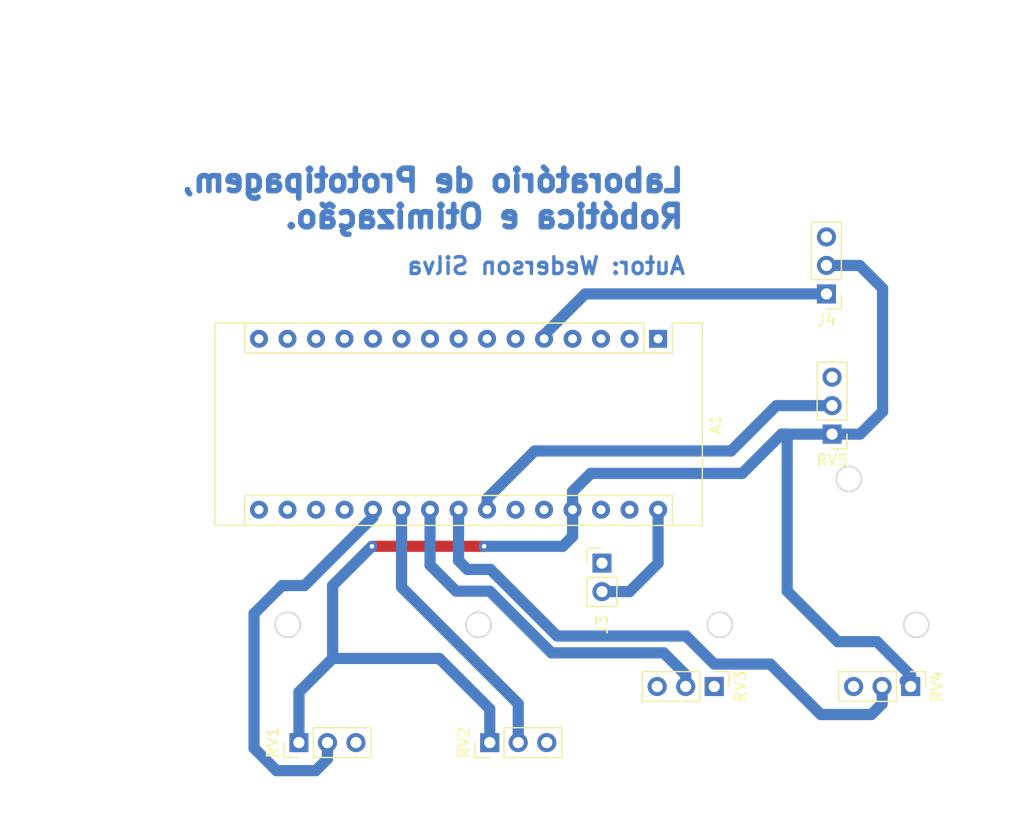
<source format=kicad_pcb>
(kicad_pcb (version 4) (host pcbnew 4.0.7)

  (general
    (links 21)
    (no_connects 9)
    (area 160.150001 95.3 263.000001 175.000001)
    (thickness 1.6)
    (drawings 34)
    (tracks 74)
    (zones 0)
    (modules 8)
    (nets 29)
  )

  (page A4)
  (title_block
    (title "Low Cost Flex Sensor")
    (date 2018-06-18)
    (rev v.0.1.12)
    (company "Laboratório de Prototipagem, Robótica e Otimização")
    (comment 1 "Autor: Wederson M. Silva")
  )

  (layers
    (0 F.Cu signal)
    (31 B.Cu signal)
    (32 B.Adhes user)
    (33 F.Adhes user)
    (34 B.Paste user)
    (35 F.Paste user)
    (36 B.SilkS user)
    (37 F.SilkS user)
    (38 B.Mask user)
    (39 F.Mask user)
    (40 Dwgs.User user)
    (41 Cmts.User user)
    (42 Eco1.User user)
    (43 Eco2.User user)
    (44 Edge.Cuts user)
    (45 Margin user)
    (46 B.CrtYd user)
    (47 F.CrtYd user)
    (48 B.Fab user)
    (49 F.Fab user)
  )

  (setup
    (last_trace_width 1)
    (trace_clearance 0.2)
    (zone_clearance 0.508)
    (zone_45_only no)
    (trace_min 0.2)
    (segment_width 0.2)
    (edge_width 0.15)
    (via_size 0.6)
    (via_drill 0.4)
    (via_min_size 0.4)
    (via_min_drill 0.3)
    (uvia_size 0.3)
    (uvia_drill 0.1)
    (uvias_allowed no)
    (uvia_min_size 0.2)
    (uvia_min_drill 0.1)
    (pcb_text_width 0.3)
    (pcb_text_size 1.5 1.5)
    (mod_edge_width 0.15)
    (mod_text_size 1 1)
    (mod_text_width 0.15)
    (pad_size 1.524 1.524)
    (pad_drill 0.762)
    (pad_to_mask_clearance 0.2)
    (aux_axis_origin 0 0)
    (visible_elements FFFFFF7F)
    (pcbplotparams
      (layerselection 0x00030_80000001)
      (usegerberextensions false)
      (excludeedgelayer true)
      (linewidth 0.100000)
      (plotframeref false)
      (viasonmask false)
      (mode 1)
      (useauxorigin false)
      (hpglpennumber 1)
      (hpglpenspeed 20)
      (hpglpendiameter 15)
      (hpglpenoverlay 2)
      (psnegative false)
      (psa4output false)
      (plotreference true)
      (plotvalue true)
      (plotinvisibletext false)
      (padsonsilk false)
      (subtractmaskfromsilk false)
      (outputformat 1)
      (mirror false)
      (drillshape 1)
      (scaleselection 1)
      (outputdirectory ""))
  )

  (net 0 "")
  (net 1 "Net-(A1-Pad1)")
  (net 2 "Net-(A1-Pad17)")
  (net 3 "Net-(A1-Pad2)")
  (net 4 "Net-(A1-Pad18)")
  (net 5 "Net-(A1-Pad3)")
  (net 6 "Net-(A1-Pad19)")
  (net 7 /GND)
  (net 8 "Net-(A1-Pad20)")
  (net 9 /DATA)
  (net 10 "Net-(A1-Pad21)")
  (net 11 "Net-(A1-Pad6)")
  (net 12 "Net-(A1-Pad22)")
  (net 13 "Net-(A1-Pad7)")
  (net 14 "Net-(A1-Pad23)")
  (net 15 "Net-(A1-Pad8)")
  (net 16 "Net-(A1-Pad24)")
  (net 17 "Net-(A1-Pad9)")
  (net 18 "Net-(A1-Pad25)")
  (net 19 "Net-(A1-Pad10)")
  (net 20 "Net-(A1-Pad26)")
  (net 21 "Net-(A1-Pad11)")
  (net 22 /5V)
  (net 23 "Net-(A1-Pad12)")
  (net 24 "Net-(A1-Pad13)")
  (net 25 "Net-(A1-Pad14)")
  (net 26 "Net-(A1-Pad15)")
  (net 27 "Net-(A1-Pad16)")
  (net 28 /7.2V)

  (net_class Default "This is the default net class."
    (clearance 0.2)
    (trace_width 1)
    (via_dia 0.6)
    (via_drill 0.4)
    (uvia_dia 0.3)
    (uvia_drill 0.1)
    (add_net /5V)
    (add_net /7.2V)
    (add_net /DATA)
    (add_net /GND)
    (add_net "Net-(A1-Pad1)")
    (add_net "Net-(A1-Pad10)")
    (add_net "Net-(A1-Pad11)")
    (add_net "Net-(A1-Pad12)")
    (add_net "Net-(A1-Pad13)")
    (add_net "Net-(A1-Pad14)")
    (add_net "Net-(A1-Pad15)")
    (add_net "Net-(A1-Pad16)")
    (add_net "Net-(A1-Pad17)")
    (add_net "Net-(A1-Pad18)")
    (add_net "Net-(A1-Pad19)")
    (add_net "Net-(A1-Pad2)")
    (add_net "Net-(A1-Pad20)")
    (add_net "Net-(A1-Pad21)")
    (add_net "Net-(A1-Pad22)")
    (add_net "Net-(A1-Pad23)")
    (add_net "Net-(A1-Pad24)")
    (add_net "Net-(A1-Pad25)")
    (add_net "Net-(A1-Pad26)")
    (add_net "Net-(A1-Pad3)")
    (add_net "Net-(A1-Pad6)")
    (add_net "Net-(A1-Pad7)")
    (add_net "Net-(A1-Pad8)")
    (add_net "Net-(A1-Pad9)")
  )

  (module Modules:Arduino_Nano (layer F.Cu) (tedit 58ACAF70) (tstamp 5B2482FC)
    (at 219 125 270)
    (descr "Arduino Nano, http://www.mouser.com/pdfdocs/Gravitech_Arduino_Nano3_0.pdf")
    (tags "Arduino Nano")
    (path /5B24786A)
    (fp_text reference A1 (at 7.62 -5.08 270) (layer F.SilkS)
      (effects (font (size 1 1) (thickness 0.15)))
    )
    (fp_text value Arduino_Nano (at 8.89 19.05 360) (layer F.Fab)
      (effects (font (size 1 1) (thickness 0.15)))
    )
    (fp_text user %R (at 6.35 19.05 360) (layer F.Fab)
      (effects (font (size 1 1) (thickness 0.15)))
    )
    (fp_line (start 1.27 1.27) (end 1.27 -1.27) (layer F.SilkS) (width 0.12))
    (fp_line (start 1.27 -1.27) (end -1.4 -1.27) (layer F.SilkS) (width 0.12))
    (fp_line (start -1.4 1.27) (end -1.4 39.5) (layer F.SilkS) (width 0.12))
    (fp_line (start -1.4 -3.94) (end -1.4 -1.27) (layer F.SilkS) (width 0.12))
    (fp_line (start 13.97 -1.27) (end 16.64 -1.27) (layer F.SilkS) (width 0.12))
    (fp_line (start 13.97 -1.27) (end 13.97 36.83) (layer F.SilkS) (width 0.12))
    (fp_line (start 13.97 36.83) (end 16.64 36.83) (layer F.SilkS) (width 0.12))
    (fp_line (start 1.27 1.27) (end -1.4 1.27) (layer F.SilkS) (width 0.12))
    (fp_line (start 1.27 1.27) (end 1.27 36.83) (layer F.SilkS) (width 0.12))
    (fp_line (start 1.27 36.83) (end -1.4 36.83) (layer F.SilkS) (width 0.12))
    (fp_line (start 3.81 31.75) (end 11.43 31.75) (layer F.Fab) (width 0.1))
    (fp_line (start 11.43 31.75) (end 11.43 41.91) (layer F.Fab) (width 0.1))
    (fp_line (start 11.43 41.91) (end 3.81 41.91) (layer F.Fab) (width 0.1))
    (fp_line (start 3.81 41.91) (end 3.81 31.75) (layer F.Fab) (width 0.1))
    (fp_line (start -1.4 39.5) (end 16.64 39.5) (layer F.SilkS) (width 0.12))
    (fp_line (start 16.64 39.5) (end 16.64 -3.94) (layer F.SilkS) (width 0.12))
    (fp_line (start 16.64 -3.94) (end -1.4 -3.94) (layer F.SilkS) (width 0.12))
    (fp_line (start 16.51 39.37) (end -1.27 39.37) (layer F.Fab) (width 0.1))
    (fp_line (start -1.27 39.37) (end -1.27 -2.54) (layer F.Fab) (width 0.1))
    (fp_line (start -1.27 -2.54) (end 0 -3.81) (layer F.Fab) (width 0.1))
    (fp_line (start 0 -3.81) (end 16.51 -3.81) (layer F.Fab) (width 0.1))
    (fp_line (start 16.51 -3.81) (end 16.51 39.37) (layer F.Fab) (width 0.1))
    (fp_line (start -1.53 -4.06) (end 16.75 -4.06) (layer F.CrtYd) (width 0.05))
    (fp_line (start -1.53 -4.06) (end -1.53 42.16) (layer F.CrtYd) (width 0.05))
    (fp_line (start 16.75 42.16) (end 16.75 -4.06) (layer F.CrtYd) (width 0.05))
    (fp_line (start 16.75 42.16) (end -1.53 42.16) (layer F.CrtYd) (width 0.05))
    (pad 1 thru_hole rect (at 0 0 270) (size 1.6 1.6) (drill 0.8) (layers *.Cu *.Mask)
      (net 1 "Net-(A1-Pad1)"))
    (pad 17 thru_hole oval (at 15.24 33.02 270) (size 1.6 1.6) (drill 0.8) (layers *.Cu *.Mask)
      (net 2 "Net-(A1-Pad17)"))
    (pad 2 thru_hole oval (at 0 2.54 270) (size 1.6 1.6) (drill 0.8) (layers *.Cu *.Mask)
      (net 3 "Net-(A1-Pad2)"))
    (pad 18 thru_hole oval (at 15.24 30.48 270) (size 1.6 1.6) (drill 0.8) (layers *.Cu *.Mask)
      (net 4 "Net-(A1-Pad18)"))
    (pad 3 thru_hole oval (at 0 5.08 270) (size 1.6 1.6) (drill 0.8) (layers *.Cu *.Mask)
      (net 5 "Net-(A1-Pad3)"))
    (pad 19 thru_hole oval (at 15.24 27.94 270) (size 1.6 1.6) (drill 0.8) (layers *.Cu *.Mask)
      (net 6 "Net-(A1-Pad19)"))
    (pad 4 thru_hole oval (at 0 7.62 270) (size 1.6 1.6) (drill 0.8) (layers *.Cu *.Mask)
      (net 7 /GND))
    (pad 20 thru_hole oval (at 15.24 25.4 270) (size 1.6 1.6) (drill 0.8) (layers *.Cu *.Mask)
      (net 8 "Net-(A1-Pad20)"))
    (pad 5 thru_hole oval (at 0 10.16 270) (size 1.6 1.6) (drill 0.8) (layers *.Cu *.Mask)
      (net 9 /DATA))
    (pad 21 thru_hole oval (at 15.24 22.86 270) (size 1.6 1.6) (drill 0.8) (layers *.Cu *.Mask)
      (net 10 "Net-(A1-Pad21)"))
    (pad 6 thru_hole oval (at 0 12.7 270) (size 1.6 1.6) (drill 0.8) (layers *.Cu *.Mask)
      (net 11 "Net-(A1-Pad6)"))
    (pad 22 thru_hole oval (at 15.24 20.32 270) (size 1.6 1.6) (drill 0.8) (layers *.Cu *.Mask)
      (net 12 "Net-(A1-Pad22)"))
    (pad 7 thru_hole oval (at 0 15.24 270) (size 1.6 1.6) (drill 0.8) (layers *.Cu *.Mask)
      (net 13 "Net-(A1-Pad7)"))
    (pad 23 thru_hole oval (at 15.24 17.78 270) (size 1.6 1.6) (drill 0.8) (layers *.Cu *.Mask)
      (net 14 "Net-(A1-Pad23)"))
    (pad 8 thru_hole oval (at 0 17.78 270) (size 1.6 1.6) (drill 0.8) (layers *.Cu *.Mask)
      (net 15 "Net-(A1-Pad8)"))
    (pad 24 thru_hole oval (at 15.24 15.24 270) (size 1.6 1.6) (drill 0.8) (layers *.Cu *.Mask)
      (net 16 "Net-(A1-Pad24)"))
    (pad 9 thru_hole oval (at 0 20.32 270) (size 1.6 1.6) (drill 0.8) (layers *.Cu *.Mask)
      (net 17 "Net-(A1-Pad9)"))
    (pad 25 thru_hole oval (at 15.24 12.7 270) (size 1.6 1.6) (drill 0.8) (layers *.Cu *.Mask)
      (net 18 "Net-(A1-Pad25)"))
    (pad 10 thru_hole oval (at 0 22.86 270) (size 1.6 1.6) (drill 0.8) (layers *.Cu *.Mask)
      (net 19 "Net-(A1-Pad10)"))
    (pad 26 thru_hole oval (at 15.24 10.16 270) (size 1.6 1.6) (drill 0.8) (layers *.Cu *.Mask)
      (net 20 "Net-(A1-Pad26)"))
    (pad 11 thru_hole oval (at 0 25.4 270) (size 1.6 1.6) (drill 0.8) (layers *.Cu *.Mask)
      (net 21 "Net-(A1-Pad11)"))
    (pad 27 thru_hole oval (at 15.24 7.62 270) (size 1.6 1.6) (drill 0.8) (layers *.Cu *.Mask)
      (net 22 /5V))
    (pad 12 thru_hole oval (at 0 27.94 270) (size 1.6 1.6) (drill 0.8) (layers *.Cu *.Mask)
      (net 23 "Net-(A1-Pad12)"))
    (pad 28 thru_hole oval (at 15.24 5.08 270) (size 1.6 1.6) (drill 0.8) (layers *.Cu *.Mask))
    (pad 13 thru_hole oval (at 0 30.48 270) (size 1.6 1.6) (drill 0.8) (layers *.Cu *.Mask)
      (net 24 "Net-(A1-Pad13)"))
    (pad 29 thru_hole oval (at 15.24 2.54 270) (size 1.6 1.6) (drill 0.8) (layers *.Cu *.Mask)
      (net 7 /GND))
    (pad 14 thru_hole oval (at 0 33.02 270) (size 1.6 1.6) (drill 0.8) (layers *.Cu *.Mask)
      (net 25 "Net-(A1-Pad14)"))
    (pad 30 thru_hole oval (at 15.24 0 270) (size 1.6 1.6) (drill 0.8) (layers *.Cu *.Mask)
      (net 28 /7.2V))
    (pad 15 thru_hole oval (at 0 35.56 270) (size 1.6 1.6) (drill 0.8) (layers *.Cu *.Mask)
      (net 26 "Net-(A1-Pad15)"))
    (pad 16 thru_hole oval (at 15.24 35.56 270) (size 1.6 1.6) (drill 0.8) (layers *.Cu *.Mask)
      (net 27 "Net-(A1-Pad16)"))
  )

  (module Socket_Strips:Socket_Strip_Straight_1x02_Pitch2.54mm (layer F.Cu) (tedit 5B287BA9) (tstamp 5B248310)
    (at 214 145)
    (descr "Through hole straight socket strip, 1x02, 2.54mm pitch, single row")
    (tags "Through hole socket strip THT 1x02 2.54mm single row")
    (path /5B230263)
    (fp_text reference J3 (at 0 5.5 90) (layer F.SilkS)
      (effects (font (size 1 1) (thickness 0.15)))
    )
    (fp_text value Pin_1x2_Battery (at 3 1 90) (layer F.Fab)
      (effects (font (size 1 1) (thickness 0.15)))
    )
    (fp_line (start -1.27 -1.27) (end -1.27 3.81) (layer F.Fab) (width 0.1))
    (fp_line (start -1.27 3.81) (end 1.27 3.81) (layer F.Fab) (width 0.1))
    (fp_line (start 1.27 3.81) (end 1.27 -1.27) (layer F.Fab) (width 0.1))
    (fp_line (start 1.27 -1.27) (end -1.27 -1.27) (layer F.Fab) (width 0.1))
    (fp_line (start -1.33 1.27) (end -1.33 3.87) (layer F.SilkS) (width 0.12))
    (fp_line (start -1.33 3.87) (end 1.33 3.87) (layer F.SilkS) (width 0.12))
    (fp_line (start 1.33 3.87) (end 1.33 1.27) (layer F.SilkS) (width 0.12))
    (fp_line (start 1.33 1.27) (end -1.33 1.27) (layer F.SilkS) (width 0.12))
    (fp_line (start -1.33 0) (end -1.33 -1.33) (layer F.SilkS) (width 0.12))
    (fp_line (start -1.33 -1.33) (end 0 -1.33) (layer F.SilkS) (width 0.12))
    (fp_line (start -1.8 -1.8) (end -1.8 4.35) (layer F.CrtYd) (width 0.05))
    (fp_line (start -1.8 4.35) (end 1.8 4.35) (layer F.CrtYd) (width 0.05))
    (fp_line (start 1.8 4.35) (end 1.8 -1.8) (layer F.CrtYd) (width 0.05))
    (fp_line (start 1.8 -1.8) (end -1.8 -1.8) (layer F.CrtYd) (width 0.05))
    (fp_text user %R (at 0 5.5 90) (layer F.Fab)
      (effects (font (size 1 1) (thickness 0.15)))
    )
    (pad 1 thru_hole rect (at 0 0) (size 1.7 1.7) (drill 1) (layers *.Cu *.Mask)
      (net 7 /GND))
    (pad 2 thru_hole oval (at 0 2.54) (size 1.7 1.7) (drill 1) (layers *.Cu *.Mask)
      (net 28 /7.2V))
    (model ${KISYS3DMOD}/Socket_Strips.3dshapes/Socket_Strip_Straight_1x02_Pitch2.54mm.wrl
      (at (xyz 0 -0.05 0))
      (scale (xyz 1 1 1))
      (rotate (xyz 0 0 270))
    )
  )

  (module Socket_Strips:Socket_Strip_Straight_1x03_Pitch2.54mm (layer F.Cu) (tedit 5B287B37) (tstamp 5B248317)
    (at 234 121 180)
    (descr "Through hole straight socket strip, 1x03, 2.54mm pitch, single row")
    (tags "Through hole socket strip THT 1x03 2.54mm single row")
    (path /5B22F025)
    (fp_text reference J4 (at 0 -2.33 180) (layer F.SilkS)
      (effects (font (size 1 1) (thickness 0.15)))
    )
    (fp_text value Pin_1x3_Transmitter (at 4 2.5 270) (layer F.Fab)
      (effects (font (size 1 1) (thickness 0.15)))
    )
    (fp_line (start -1.27 -1.27) (end -1.27 6.35) (layer F.Fab) (width 0.1))
    (fp_line (start -1.27 6.35) (end 1.27 6.35) (layer F.Fab) (width 0.1))
    (fp_line (start 1.27 6.35) (end 1.27 -1.27) (layer F.Fab) (width 0.1))
    (fp_line (start 1.27 -1.27) (end -1.27 -1.27) (layer F.Fab) (width 0.1))
    (fp_line (start -1.33 1.27) (end -1.33 6.41) (layer F.SilkS) (width 0.12))
    (fp_line (start -1.33 6.41) (end 1.33 6.41) (layer F.SilkS) (width 0.12))
    (fp_line (start 1.33 6.41) (end 1.33 1.27) (layer F.SilkS) (width 0.12))
    (fp_line (start 1.33 1.27) (end -1.33 1.27) (layer F.SilkS) (width 0.12))
    (fp_line (start -1.33 0) (end -1.33 -1.33) (layer F.SilkS) (width 0.12))
    (fp_line (start -1.33 -1.33) (end 0 -1.33) (layer F.SilkS) (width 0.12))
    (fp_line (start -1.8 -1.8) (end -1.8 6.85) (layer F.CrtYd) (width 0.05))
    (fp_line (start -1.8 6.85) (end 1.8 6.85) (layer F.CrtYd) (width 0.05))
    (fp_line (start 1.8 6.85) (end 1.8 -1.8) (layer F.CrtYd) (width 0.05))
    (fp_line (start 1.8 -1.8) (end -1.8 -1.8) (layer F.CrtYd) (width 0.05))
    (fp_text user %R (at 0 -2.33 180) (layer F.Fab)
      (effects (font (size 1 1) (thickness 0.15)))
    )
    (pad 1 thru_hole rect (at 0 0 180) (size 1.7 1.7) (drill 1) (layers *.Cu *.Mask)
      (net 9 /DATA))
    (pad 2 thru_hole oval (at 0 2.54 180) (size 1.7 1.7) (drill 1) (layers *.Cu *.Mask)
      (net 22 /5V))
    (pad 3 thru_hole oval (at 0 5.08 180) (size 1.7 1.7) (drill 1) (layers *.Cu *.Mask)
      (net 7 /GND))
    (model ${KISYS3DMOD}/Socket_Strips.3dshapes/Socket_Strip_Straight_1x03_Pitch2.54mm.wrl
      (at (xyz 0 -0.1 0))
      (scale (xyz 1 1 1))
      (rotate (xyz 0 0 270))
    )
  )

  (module Socket_Strips:Socket_Strip_Straight_1x03_Pitch2.54mm (layer F.Cu) (tedit 58CD5446) (tstamp 5B24831E)
    (at 187 161 90)
    (descr "Through hole straight socket strip, 1x03, 2.54mm pitch, single row")
    (tags "Through hole socket strip THT 1x03 2.54mm single row")
    (path /5B22F5EE)
    (fp_text reference RV1 (at 0 -2.33 90) (layer F.SilkS)
      (effects (font (size 1 1) (thickness 0.15)))
    )
    (fp_text value "POT 1" (at 0 7.41 90) (layer F.Fab)
      (effects (font (size 1 1) (thickness 0.15)))
    )
    (fp_line (start -1.27 -1.27) (end -1.27 6.35) (layer F.Fab) (width 0.1))
    (fp_line (start -1.27 6.35) (end 1.27 6.35) (layer F.Fab) (width 0.1))
    (fp_line (start 1.27 6.35) (end 1.27 -1.27) (layer F.Fab) (width 0.1))
    (fp_line (start 1.27 -1.27) (end -1.27 -1.27) (layer F.Fab) (width 0.1))
    (fp_line (start -1.33 1.27) (end -1.33 6.41) (layer F.SilkS) (width 0.12))
    (fp_line (start -1.33 6.41) (end 1.33 6.41) (layer F.SilkS) (width 0.12))
    (fp_line (start 1.33 6.41) (end 1.33 1.27) (layer F.SilkS) (width 0.12))
    (fp_line (start 1.33 1.27) (end -1.33 1.27) (layer F.SilkS) (width 0.12))
    (fp_line (start -1.33 0) (end -1.33 -1.33) (layer F.SilkS) (width 0.12))
    (fp_line (start -1.33 -1.33) (end 0 -1.33) (layer F.SilkS) (width 0.12))
    (fp_line (start -1.8 -1.8) (end -1.8 6.85) (layer F.CrtYd) (width 0.05))
    (fp_line (start -1.8 6.85) (end 1.8 6.85) (layer F.CrtYd) (width 0.05))
    (fp_line (start 1.8 6.85) (end 1.8 -1.8) (layer F.CrtYd) (width 0.05))
    (fp_line (start 1.8 -1.8) (end -1.8 -1.8) (layer F.CrtYd) (width 0.05))
    (fp_text user %R (at 0 -2.33 90) (layer F.Fab)
      (effects (font (size 1 1) (thickness 0.15)))
    )
    (pad 1 thru_hole rect (at 0 0 90) (size 1.7 1.7) (drill 1) (layers *.Cu *.Mask)
      (net 22 /5V))
    (pad 2 thru_hole oval (at 0 2.54 90) (size 1.7 1.7) (drill 1) (layers *.Cu *.Mask)
      (net 8 "Net-(A1-Pad20)"))
    (pad 3 thru_hole oval (at 0 5.08 90) (size 1.7 1.7) (drill 1) (layers *.Cu *.Mask)
      (net 7 /GND))
    (model ${KISYS3DMOD}/Socket_Strips.3dshapes/Socket_Strip_Straight_1x03_Pitch2.54mm.wrl
      (at (xyz 0 -0.1 0))
      (scale (xyz 1 1 1))
      (rotate (xyz 0 0 270))
    )
  )

  (module Socket_Strips:Socket_Strip_Straight_1x03_Pitch2.54mm (layer F.Cu) (tedit 58CD5446) (tstamp 5B248325)
    (at 204 161 90)
    (descr "Through hole straight socket strip, 1x03, 2.54mm pitch, single row")
    (tags "Through hole socket strip THT 1x03 2.54mm single row")
    (path /5B22FDF7)
    (fp_text reference RV2 (at 0 -2.33 90) (layer F.SilkS)
      (effects (font (size 1 1) (thickness 0.15)))
    )
    (fp_text value "POT 2" (at 0 7.41 90) (layer F.Fab)
      (effects (font (size 1 1) (thickness 0.15)))
    )
    (fp_line (start -1.27 -1.27) (end -1.27 6.35) (layer F.Fab) (width 0.1))
    (fp_line (start -1.27 6.35) (end 1.27 6.35) (layer F.Fab) (width 0.1))
    (fp_line (start 1.27 6.35) (end 1.27 -1.27) (layer F.Fab) (width 0.1))
    (fp_line (start 1.27 -1.27) (end -1.27 -1.27) (layer F.Fab) (width 0.1))
    (fp_line (start -1.33 1.27) (end -1.33 6.41) (layer F.SilkS) (width 0.12))
    (fp_line (start -1.33 6.41) (end 1.33 6.41) (layer F.SilkS) (width 0.12))
    (fp_line (start 1.33 6.41) (end 1.33 1.27) (layer F.SilkS) (width 0.12))
    (fp_line (start 1.33 1.27) (end -1.33 1.27) (layer F.SilkS) (width 0.12))
    (fp_line (start -1.33 0) (end -1.33 -1.33) (layer F.SilkS) (width 0.12))
    (fp_line (start -1.33 -1.33) (end 0 -1.33) (layer F.SilkS) (width 0.12))
    (fp_line (start -1.8 -1.8) (end -1.8 6.85) (layer F.CrtYd) (width 0.05))
    (fp_line (start -1.8 6.85) (end 1.8 6.85) (layer F.CrtYd) (width 0.05))
    (fp_line (start 1.8 6.85) (end 1.8 -1.8) (layer F.CrtYd) (width 0.05))
    (fp_line (start 1.8 -1.8) (end -1.8 -1.8) (layer F.CrtYd) (width 0.05))
    (fp_text user %R (at 0 -2.33 90) (layer F.Fab)
      (effects (font (size 1 1) (thickness 0.15)))
    )
    (pad 1 thru_hole rect (at 0 0 90) (size 1.7 1.7) (drill 1) (layers *.Cu *.Mask)
      (net 22 /5V))
    (pad 2 thru_hole oval (at 0 2.54 90) (size 1.7 1.7) (drill 1) (layers *.Cu *.Mask)
      (net 10 "Net-(A1-Pad21)"))
    (pad 3 thru_hole oval (at 0 5.08 90) (size 1.7 1.7) (drill 1) (layers *.Cu *.Mask)
      (net 7 /GND))
    (model ${KISYS3DMOD}/Socket_Strips.3dshapes/Socket_Strip_Straight_1x03_Pitch2.54mm.wrl
      (at (xyz 0 -0.1 0))
      (scale (xyz 1 1 1))
      (rotate (xyz 0 0 270))
    )
  )

  (module Socket_Strips:Socket_Strip_Straight_1x03_Pitch2.54mm (layer F.Cu) (tedit 58CD5446) (tstamp 5B24832C)
    (at 224 156 270)
    (descr "Through hole straight socket strip, 1x03, 2.54mm pitch, single row")
    (tags "Through hole socket strip THT 1x03 2.54mm single row")
    (path /5B22FE49)
    (fp_text reference RV3 (at 0 -2.33 270) (layer F.SilkS)
      (effects (font (size 1 1) (thickness 0.15)))
    )
    (fp_text value "POT 3" (at 0 7.41 270) (layer F.Fab)
      (effects (font (size 1 1) (thickness 0.15)))
    )
    (fp_line (start -1.27 -1.27) (end -1.27 6.35) (layer F.Fab) (width 0.1))
    (fp_line (start -1.27 6.35) (end 1.27 6.35) (layer F.Fab) (width 0.1))
    (fp_line (start 1.27 6.35) (end 1.27 -1.27) (layer F.Fab) (width 0.1))
    (fp_line (start 1.27 -1.27) (end -1.27 -1.27) (layer F.Fab) (width 0.1))
    (fp_line (start -1.33 1.27) (end -1.33 6.41) (layer F.SilkS) (width 0.12))
    (fp_line (start -1.33 6.41) (end 1.33 6.41) (layer F.SilkS) (width 0.12))
    (fp_line (start 1.33 6.41) (end 1.33 1.27) (layer F.SilkS) (width 0.12))
    (fp_line (start 1.33 1.27) (end -1.33 1.27) (layer F.SilkS) (width 0.12))
    (fp_line (start -1.33 0) (end -1.33 -1.33) (layer F.SilkS) (width 0.12))
    (fp_line (start -1.33 -1.33) (end 0 -1.33) (layer F.SilkS) (width 0.12))
    (fp_line (start -1.8 -1.8) (end -1.8 6.85) (layer F.CrtYd) (width 0.05))
    (fp_line (start -1.8 6.85) (end 1.8 6.85) (layer F.CrtYd) (width 0.05))
    (fp_line (start 1.8 6.85) (end 1.8 -1.8) (layer F.CrtYd) (width 0.05))
    (fp_line (start 1.8 -1.8) (end -1.8 -1.8) (layer F.CrtYd) (width 0.05))
    (fp_text user %R (at 0 -2.33 270) (layer F.Fab)
      (effects (font (size 1 1) (thickness 0.15)))
    )
    (pad 1 thru_hole rect (at 0 0 270) (size 1.7 1.7) (drill 1) (layers *.Cu *.Mask)
      (net 22 /5V))
    (pad 2 thru_hole oval (at 0 2.54 270) (size 1.7 1.7) (drill 1) (layers *.Cu *.Mask)
      (net 12 "Net-(A1-Pad22)"))
    (pad 3 thru_hole oval (at 0 5.08 270) (size 1.7 1.7) (drill 1) (layers *.Cu *.Mask)
      (net 7 /GND))
    (model ${KISYS3DMOD}/Socket_Strips.3dshapes/Socket_Strip_Straight_1x03_Pitch2.54mm.wrl
      (at (xyz 0 -0.1 0))
      (scale (xyz 1 1 1))
      (rotate (xyz 0 0 270))
    )
  )

  (module Socket_Strips:Socket_Strip_Straight_1x03_Pitch2.54mm (layer F.Cu) (tedit 58CD5446) (tstamp 5B248333)
    (at 241.5 156 270)
    (descr "Through hole straight socket strip, 1x03, 2.54mm pitch, single row")
    (tags "Through hole socket strip THT 1x03 2.54mm single row")
    (path /5B22FE92)
    (fp_text reference RV4 (at 0 -2.33 270) (layer F.SilkS)
      (effects (font (size 1 1) (thickness 0.15)))
    )
    (fp_text value "POT 4" (at 0 7.41 270) (layer F.Fab)
      (effects (font (size 1 1) (thickness 0.15)))
    )
    (fp_line (start -1.27 -1.27) (end -1.27 6.35) (layer F.Fab) (width 0.1))
    (fp_line (start -1.27 6.35) (end 1.27 6.35) (layer F.Fab) (width 0.1))
    (fp_line (start 1.27 6.35) (end 1.27 -1.27) (layer F.Fab) (width 0.1))
    (fp_line (start 1.27 -1.27) (end -1.27 -1.27) (layer F.Fab) (width 0.1))
    (fp_line (start -1.33 1.27) (end -1.33 6.41) (layer F.SilkS) (width 0.12))
    (fp_line (start -1.33 6.41) (end 1.33 6.41) (layer F.SilkS) (width 0.12))
    (fp_line (start 1.33 6.41) (end 1.33 1.27) (layer F.SilkS) (width 0.12))
    (fp_line (start 1.33 1.27) (end -1.33 1.27) (layer F.SilkS) (width 0.12))
    (fp_line (start -1.33 0) (end -1.33 -1.33) (layer F.SilkS) (width 0.12))
    (fp_line (start -1.33 -1.33) (end 0 -1.33) (layer F.SilkS) (width 0.12))
    (fp_line (start -1.8 -1.8) (end -1.8 6.85) (layer F.CrtYd) (width 0.05))
    (fp_line (start -1.8 6.85) (end 1.8 6.85) (layer F.CrtYd) (width 0.05))
    (fp_line (start 1.8 6.85) (end 1.8 -1.8) (layer F.CrtYd) (width 0.05))
    (fp_line (start 1.8 -1.8) (end -1.8 -1.8) (layer F.CrtYd) (width 0.05))
    (fp_text user %R (at 0 -2.33 270) (layer F.Fab)
      (effects (font (size 1 1) (thickness 0.15)))
    )
    (pad 1 thru_hole rect (at 0 0 270) (size 1.7 1.7) (drill 1) (layers *.Cu *.Mask)
      (net 22 /5V))
    (pad 2 thru_hole oval (at 0 2.54 270) (size 1.7 1.7) (drill 1) (layers *.Cu *.Mask)
      (net 14 "Net-(A1-Pad23)"))
    (pad 3 thru_hole oval (at 0 5.08 270) (size 1.7 1.7) (drill 1) (layers *.Cu *.Mask)
      (net 7 /GND))
    (model ${KISYS3DMOD}/Socket_Strips.3dshapes/Socket_Strip_Straight_1x03_Pitch2.54mm.wrl
      (at (xyz 0 -0.1 0))
      (scale (xyz 1 1 1))
      (rotate (xyz 0 0 270))
    )
  )

  (module Socket_Strips:Socket_Strip_Straight_1x03_Pitch2.54mm (layer F.Cu) (tedit 5B29124A) (tstamp 5B24833A)
    (at 234.5 133.5 180)
    (descr "Through hole straight socket strip, 1x03, 2.54mm pitch, single row")
    (tags "Through hole socket strip THT 1x03 2.54mm single row")
    (path /5B22FEF8)
    (fp_text reference RV5 (at 0 -2.33 180) (layer F.SilkS)
      (effects (font (size 1 1) (thickness 0.15)))
    )
    (fp_text value "POT 5" (at -5 2.5 180) (layer F.Fab)
      (effects (font (size 1 1) (thickness 0.15)))
    )
    (fp_line (start -1.27 -1.27) (end -1.27 6.35) (layer F.Fab) (width 0.1))
    (fp_line (start -1.27 6.35) (end 1.27 6.35) (layer F.Fab) (width 0.1))
    (fp_line (start 1.27 6.35) (end 1.27 -1.27) (layer F.Fab) (width 0.1))
    (fp_line (start 1.27 -1.27) (end -1.27 -1.27) (layer F.Fab) (width 0.1))
    (fp_line (start -1.33 1.27) (end -1.33 6.41) (layer F.SilkS) (width 0.12))
    (fp_line (start -1.33 6.41) (end 1.33 6.41) (layer F.SilkS) (width 0.12))
    (fp_line (start 1.33 6.41) (end 1.33 1.27) (layer F.SilkS) (width 0.12))
    (fp_line (start 1.33 1.27) (end -1.33 1.27) (layer F.SilkS) (width 0.12))
    (fp_line (start -1.33 0) (end -1.33 -1.33) (layer F.SilkS) (width 0.12))
    (fp_line (start -1.33 -1.33) (end 0 -1.33) (layer F.SilkS) (width 0.12))
    (fp_line (start -1.8 -1.8) (end -1.8 6.85) (layer F.CrtYd) (width 0.05))
    (fp_line (start -1.8 6.85) (end 1.8 6.85) (layer F.CrtYd) (width 0.05))
    (fp_line (start 1.8 6.85) (end 1.8 -1.8) (layer F.CrtYd) (width 0.05))
    (fp_line (start 1.8 -1.8) (end -1.8 -1.8) (layer F.CrtYd) (width 0.05))
    (fp_text user %R (at 0 -2.33 180) (layer F.Fab)
      (effects (font (size 1 1) (thickness 0.15)))
    )
    (pad 1 thru_hole rect (at 0 0 180) (size 1.7 1.7) (drill 1) (layers *.Cu *.Mask)
      (net 22 /5V))
    (pad 2 thru_hole oval (at 0 2.54 180) (size 1.7 1.7) (drill 1) (layers *.Cu *.Mask)
      (net 16 "Net-(A1-Pad24)"))
    (pad 3 thru_hole oval (at 0 5.08 180) (size 1.7 1.7) (drill 1) (layers *.Cu *.Mask)
      (net 7 /GND))
    (model ${KISYS3DMOD}/Socket_Strips.3dshapes/Socket_Strip_Straight_1x03_Pitch2.54mm.wrl
      (at (xyz 0 -0.1 0))
      (scale (xyz 1 1 1))
      (rotate (xyz 0 0 270))
    )
  )

  (gr_circle (center 206.5 158.5) (end 216 159) (layer Eco2.User) (width 0.2) (tstamp 5B2919A5))
  (gr_circle (center 221.5 158.5) (end 231 159) (layer Eco2.User) (width 0.2) (tstamp 5B291999))
  (gr_circle (center 239 158.5) (end 248.5 159) (layer Eco2.User) (width 0.2) (tstamp 5B291984))
  (gr_circle (center 236 137.5) (end 237 138) (layer Edge.Cuts) (width 0.15) (tstamp 5B29196F))
  (gr_circle (center 242 131) (end 251.5 131.5) (layer Eco2.User) (width 0.2) (tstamp 5B2918F3))
  (gr_circle (center 242 131) (end 248.5 131) (layer Eco2.User) (width 0.2) (tstamp 5B2918D4))
  (gr_text "Autor: Wederson Silva" (at 209 118.5) (layer B.Cu)
    (effects (font (size 1.5 1.5) (thickness 0.3)) (justify mirror))
  )
  (gr_text "Laboratório de Prototipagem,\nRobótica e Otimização." (at 221.5 112.5) (layer B.Cu)
    (effects (font (size 2 2) (thickness 0.5)) (justify left mirror))
  )
  (gr_circle (center 239 158.5) (end 245.5 158.5) (layer Eco2.User) (width 0.2) (tstamp 5B291553))
  (gr_circle (center 221.5 158.5) (end 228 158.5) (layer Eco2.User) (width 0.2) (tstamp 5B29154A))
  (gr_circle (center 206.5 158.5) (end 213 158.5) (layer Eco2.User) (width 0.2) (tstamp 5B29153D))
  (gr_circle (center 186 150.5) (end 187 151) (layer Edge.Cuts) (width 0.15) (tstamp 5B29117C))
  (gr_circle (center 203 150.5) (end 204 151) (layer Edge.Cuts) (width 0.15) (tstamp 5B29113B))
  (gr_circle (center 242 150.5) (end 243 151) (layer Edge.Cuts) (width 0.15) (tstamp 5B2910A5))
  (gr_circle (center 224.5 150.5) (end 225.5 151) (layer Edge.Cuts) (width 0.15))
  (dimension 17 (width 0.3) (layer Eco2.User)
    (gr_text "17.000 mm" (at 166.65 157.5 270) (layer Eco2.User)
      (effects (font (size 1.5 1.5) (thickness 0.3)))
    )
    (feature1 (pts (xy 178 166) (xy 165.3 166)))
    (feature2 (pts (xy 178 149) (xy 165.3 149)))
    (crossbar (pts (xy 168 149) (xy 168 166)))
    (arrow1a (pts (xy 168 166) (xy 167.413579 164.873496)))
    (arrow1b (pts (xy 168 166) (xy 168.586421 164.873496)))
    (arrow2a (pts (xy 168 149) (xy 167.413579 150.126504)))
    (arrow2b (pts (xy 168 149) (xy 168.586421 150.126504)))
  )
  (gr_circle (center 189.5 158.5) (end 199 159) (layer Eco2.User) (width 0.2))
  (gr_circle (center 189.5 158.5) (end 196 158.5) (layer Eco2.User) (width 0.2))
  (dimension 58 (width 0.3) (layer Eco2.User)
    (gr_text "58.000 mm" (at 170.65 137 90) (layer Eco2.User)
      (effects (font (size 1.5 1.5) (thickness 0.3)))
    )
    (feature1 (pts (xy 177 108) (xy 169.3 108)))
    (feature2 (pts (xy 177 166) (xy 169.3 166)))
    (crossbar (pts (xy 172 166) (xy 172 108)))
    (arrow1a (pts (xy 172 108) (xy 172.586421 109.126504)))
    (arrow1b (pts (xy 172 108) (xy 171.413579 109.126504)))
    (arrow2a (pts (xy 172 166) (xy 172.586421 164.873496)))
    (arrow2b (pts (xy 172 166) (xy 171.413579 164.873496)))
  )
  (gr_line (start 237 136) (end 237 126) (angle 90) (layer Eco2.User) (width 0.2))
  (gr_line (start 247 136) (end 237 136) (angle 90) (layer Eco2.User) (width 0.2))
  (gr_line (start 247 126) (end 247 136) (angle 90) (layer Eco2.User) (width 0.2))
  (gr_line (start 237 126) (end 247 126) (angle 90) (layer Eco2.User) (width 0.2))
  (gr_line (start 231.5 109) (end 224.5 109) (angle 90) (layer Eco2.User) (width 0.2))
  (gr_line (start 231.5 128) (end 231.5 109) (angle 90) (layer Eco2.User) (width 0.2))
  (gr_line (start 224.5 128) (end 231.5 128) (angle 90) (layer Eco2.User) (width 0.2))
  (gr_line (start 224.5 109) (end 224.5 128) (angle 90) (layer Eco2.User) (width 0.2))
  (dimension 72 (width 0.3) (layer Eco2.User)
    (gr_text "72.000 mm" (at 213 96.65) (layer Eco2.User)
      (effects (font (size 1.5 1.5) (thickness 0.3)))
    )
    (feature1 (pts (xy 249 103) (xy 249 95.3)))
    (feature2 (pts (xy 177 103) (xy 177 95.3)))
    (crossbar (pts (xy 177 98) (xy 249 98)))
    (arrow1a (pts (xy 249 98) (xy 247.873496 98.586421)))
    (arrow1b (pts (xy 249 98) (xy 247.873496 97.413579)))
    (arrow2a (pts (xy 177 98) (xy 178.126504 98.586421)))
    (arrow2b (pts (xy 177 98) (xy 178.126504 97.413579)))
  )
  (gr_text Battery (at 199 107.5) (layer Eco2.User)
    (effects (font (size 1.5 1.5) (thickness 0.3)))
  )
  (gr_line (start 177 121) (end 177 109) (angle 90) (layer Eco2.User) (width 0.2))
  (gr_line (start 178 121) (end 177 121) (angle 90) (layer Eco2.User) (width 0.2))
  (gr_line (start 222 121) (end 178 121) (angle 90) (layer Eco2.User) (width 0.2))
  (gr_line (start 222 109) (end 222 121) (angle 90) (layer Eco2.User) (width 0.2))
  (gr_line (start 177 109) (end 222 109) (angle 90) (layer Eco2.User) (width 0.2))

  (segment (start 193.6 140.24) (end 193.6 140.9) (width 1) (layer B.Cu) (net 8))
  (segment (start 193.6 140.9) (end 187.5 147) (width 1) (layer B.Cu) (net 8) (tstamp 5B291645))
  (segment (start 187.5 147) (end 185.5 147) (width 1) (layer B.Cu) (net 8) (tstamp 5B291646))
  (segment (start 185.5 147) (end 183 149.5) (width 1) (layer B.Cu) (net 8) (tstamp 5B29164A))
  (segment (start 183 149.5) (end 183 161.5) (width 1) (layer B.Cu) (net 8) (tstamp 5B29164D))
  (segment (start 183 161.5) (end 185 163.5) (width 1) (layer B.Cu) (net 8) (tstamp 5B291652))
  (segment (start 185 163.5) (end 188.5 163.5) (width 1) (layer B.Cu) (net 8) (tstamp 5B291654))
  (segment (start 188.5 163.5) (end 189.54 162.46) (width 1) (layer B.Cu) (net 8) (tstamp 5B291658))
  (segment (start 189.54 162.46) (end 189.54 161) (width 1) (layer B.Cu) (net 8) (tstamp 5B291659))
  (segment (start 208.84 125) (end 208.84 124.66) (width 1) (layer B.Cu) (net 9))
  (segment (start 208.84 124.66) (end 212.5 121) (width 1) (layer B.Cu) (net 9) (tstamp 5B291475))
  (segment (start 212.5 121) (end 234 121) (width 1) (layer B.Cu) (net 9) (tstamp 5B29147A))
  (segment (start 206.54 161) (end 206.54 157.54) (width 1) (layer B.Cu) (net 10))
  (segment (start 196.14 147.14) (end 196.14 140.24) (width 1) (layer B.Cu) (net 10) (tstamp 5B2912AE))
  (segment (start 206.54 157.54) (end 196.14 147.14) (width 1) (layer B.Cu) (net 10) (tstamp 5B2912A6))
  (segment (start 196.14 140.24) (end 196.14 140.14) (width 1) (layer B.Cu) (net 10))
  (segment (start 198.68 140.24) (end 198.68 145.18) (width 1) (layer B.Cu) (net 12))
  (segment (start 221.46 154.96) (end 221.46 156) (width 1) (layer B.Cu) (net 12) (tstamp 5B2912D0))
  (segment (start 219.5 153) (end 221.46 154.96) (width 1) (layer B.Cu) (net 12) (tstamp 5B2912CF))
  (segment (start 209.5 153) (end 219.5 153) (width 1) (layer B.Cu) (net 12) (tstamp 5B2912CD))
  (segment (start 204 147.5) (end 209.5 153) (width 1) (layer B.Cu) (net 12) (tstamp 5B2912C6))
  (segment (start 201 147.5) (end 204 147.5) (width 1) (layer B.Cu) (net 12) (tstamp 5B2912C4))
  (segment (start 198.68 145.18) (end 201 147.5) (width 1) (layer B.Cu) (net 12) (tstamp 5B2912C1))
  (segment (start 198.68 140.24) (end 198.68 140.18) (width 1) (layer B.Cu) (net 12))
  (segment (start 201.22 140.24) (end 201.22 144.78) (width 1) (layer B.Cu) (net 14))
  (segment (start 238.96 157.54) (end 238.96 156) (width 1) (layer B.Cu) (net 14) (tstamp 5B291717))
  (segment (start 238 158.5) (end 238.96 157.54) (width 1) (layer B.Cu) (net 14) (tstamp 5B291716))
  (segment (start 233.5 158.5) (end 238 158.5) (width 1) (layer B.Cu) (net 14) (tstamp 5B291713))
  (segment (start 229 154) (end 233.5 158.5) (width 1) (layer B.Cu) (net 14) (tstamp 5B29170E))
  (segment (start 224 154) (end 229 154) (width 1) (layer B.Cu) (net 14) (tstamp 5B291707))
  (segment (start 221.5 151.5) (end 224 154) (width 1) (layer B.Cu) (net 14) (tstamp 5B291706))
  (segment (start 210 151.5) (end 221.5 151.5) (width 1) (layer B.Cu) (net 14) (tstamp 5B2916FD))
  (segment (start 204.06 145.56) (end 210 151.5) (width 1) (layer B.Cu) (net 14) (tstamp 5B2916F6))
  (segment (start 202 145.56) (end 204.06 145.56) (width 1) (layer B.Cu) (net 14) (tstamp 5B2916F5))
  (segment (start 201.22 144.78) (end 202 145.56) (width 1) (layer B.Cu) (net 14) (tstamp 5B2916F3))
  (segment (start 203.76 140.24) (end 203.76 139.24) (width 1) (layer B.Cu) (net 16))
  (segment (start 229.54 130.96) (end 234.5 130.96) (width 1) (layer B.Cu) (net 16) (tstamp 5B2912F4))
  (segment (start 225.5 135) (end 229.54 130.96) (width 1) (layer B.Cu) (net 16) (tstamp 5B2912F2))
  (segment (start 208 135) (end 225.5 135) (width 1) (layer B.Cu) (net 16) (tstamp 5B2912ED))
  (segment (start 203.76 139.24) (end 208 135) (width 1) (layer B.Cu) (net 16) (tstamp 5B2912EC))
  (segment (start 241.5 156) (end 241.5 155) (width 1) (layer B.Cu) (net 22))
  (segment (start 230.5 133.5) (end 230 133.5) (width 1) (layer B.Cu) (net 22) (tstamp 5B291913))
  (segment (start 230.5 147.5) (end 230.5 133.5) (width 1) (layer B.Cu) (net 22) (tstamp 5B29190F))
  (segment (start 235 152) (end 230.5 147.5) (width 1) (layer B.Cu) (net 22) (tstamp 5B29190D))
  (segment (start 238.5 152) (end 235 152) (width 1) (layer B.Cu) (net 22) (tstamp 5B29190C))
  (segment (start 241.5 155) (end 238.5 152) (width 1) (layer B.Cu) (net 22) (tstamp 5B291908))
  (segment (start 204 161) (end 204 158) (width 1) (layer B.Cu) (net 22))
  (segment (start 199.5 153.5) (end 190 153.5) (width 1) (layer B.Cu) (net 22) (tstamp 5B291638))
  (segment (start 204 158) (end 199.5 153.5) (width 1) (layer B.Cu) (net 22) (tstamp 5B291636))
  (segment (start 211.38 140.24) (end 211.38 142.62) (width 1) (layer B.Cu) (net 22))
  (segment (start 187 156.5) (end 187 161) (width 1) (layer B.Cu) (net 22) (tstamp 5B291629))
  (segment (start 190 153.5) (end 187 156.5) (width 1) (layer B.Cu) (net 22) (tstamp 5B291626))
  (segment (start 190 147) (end 190 153.5) (width 1) (layer B.Cu) (net 22) (tstamp 5B291622))
  (segment (start 193.5 143.5) (end 190 147) (width 1) (layer B.Cu) (net 22) (tstamp 5B291621))
  (via (at 193.5 143.5) (size 0.6) (drill 0.4) (layers F.Cu B.Cu) (net 22))
  (segment (start 203.5 143.5) (end 193.5 143.5) (width 1) (layer F.Cu) (net 22) (tstamp 5B291616))
  (via (at 203.5 143.5) (size 0.6) (drill 0.4) (layers F.Cu B.Cu) (net 22))
  (segment (start 210.5 143.5) (end 203.5 143.5) (width 1) (layer B.Cu) (net 22) (tstamp 5B29160D))
  (segment (start 211.38 142.62) (end 210.5 143.5) (width 1) (layer B.Cu) (net 22) (tstamp 5B29160A))
  (segment (start 234.5 133.5) (end 237 133.5) (width 1) (layer B.Cu) (net 22))
  (segment (start 236.96 118.46) (end 234 118.46) (width 1) (layer B.Cu) (net 22) (tstamp 5B29146C))
  (segment (start 239 120.5) (end 236.96 118.46) (width 1) (layer B.Cu) (net 22) (tstamp 5B29146A))
  (segment (start 239 131.5) (end 239 120.5) (width 1) (layer B.Cu) (net 22) (tstamp 5B291465))
  (segment (start 237 133.5) (end 239 131.5) (width 1) (layer B.Cu) (net 22) (tstamp 5B291461))
  (segment (start 211.38 140.24) (end 211.38 138.62) (width 1) (layer B.Cu) (net 22))
  (segment (start 211.38 138.62) (end 213 137) (width 1) (layer B.Cu) (net 22) (tstamp 5B2913D9))
  (segment (start 241 155.5) (end 241.5 156) (width 1) (layer B.Cu) (net 22) (tstamp 5B291365))
  (segment (start 230 133.5) (end 234.5 133.5) (width 1) (layer B.Cu) (net 22) (tstamp 5B291333))
  (segment (start 226.5 137) (end 230 133.5) (width 1) (layer B.Cu) (net 22) (tstamp 5B291331))
  (segment (start 213 137) (end 226.5 137) (width 1) (layer B.Cu) (net 22) (tstamp 5B29132C))
  (segment (start 211.38 138.62) (end 213 137) (width 1) (layer B.Cu) (net 22) (tstamp 5B291328))
  (segment (start 214 147.54) (end 216.46 147.54) (width 1) (layer B.Cu) (net 28))
  (segment (start 219 145) (end 219 140.24) (width 1) (layer B.Cu) (net 28) (tstamp 5B2912B9))
  (segment (start 216.46 147.54) (end 219 145) (width 1) (layer B.Cu) (net 28) (tstamp 5B2912B7))

)

</source>
